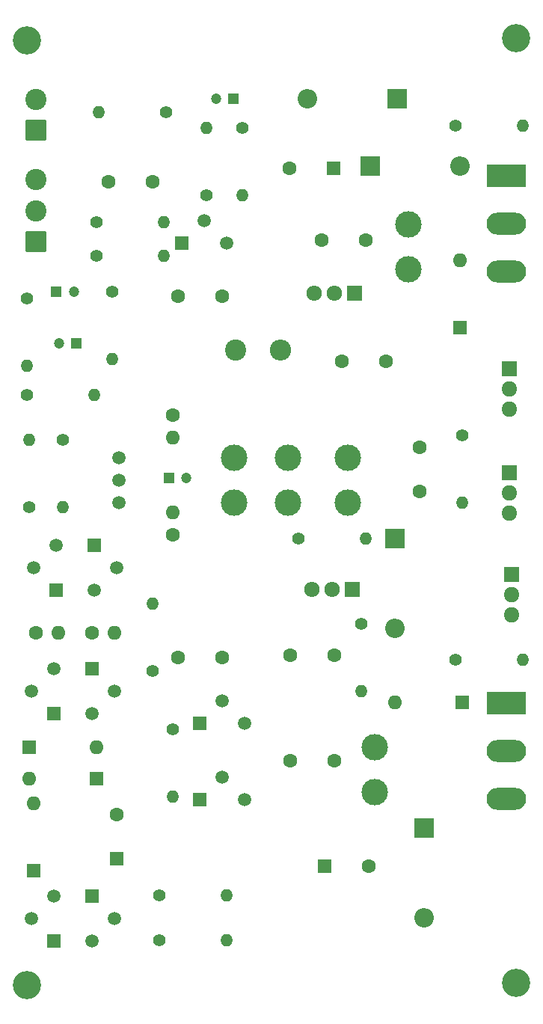
<source format=gbr>
%TF.GenerationSoftware,KiCad,Pcbnew,9.0.0*%
%TF.CreationDate,2025-03-16T17:59:53-04:00*%
%TF.ProjectId,classab-amp,636c6173-7361-4622-9d61-6d702e6b6963,rev?*%
%TF.SameCoordinates,Original*%
%TF.FileFunction,Soldermask,Top*%
%TF.FilePolarity,Negative*%
%FSLAX46Y46*%
G04 Gerber Fmt 4.6, Leading zero omitted, Abs format (unit mm)*
G04 Created by KiCad (PCBNEW 9.0.0) date 2025-03-16 17:59:53*
%MOMM*%
%LPD*%
G01*
G04 APERTURE LIST*
G04 Aperture macros list*
%AMRoundRect*
0 Rectangle with rounded corners*
0 $1 Rounding radius*
0 $2 $3 $4 $5 $6 $7 $8 $9 X,Y pos of 4 corners*
0 Add a 4 corners polygon primitive as box body*
4,1,4,$2,$3,$4,$5,$6,$7,$8,$9,$2,$3,0*
0 Add four circle primitives for the rounded corners*
1,1,$1+$1,$2,$3*
1,1,$1+$1,$4,$5*
1,1,$1+$1,$6,$7*
1,1,$1+$1,$8,$9*
0 Add four rect primitives between the rounded corners*
20,1,$1+$1,$2,$3,$4,$5,0*
20,1,$1+$1,$4,$5,$6,$7,0*
20,1,$1+$1,$6,$7,$8,$9,0*
20,1,$1+$1,$8,$9,$2,$3,0*%
G04 Aperture macros list end*
%ADD10C,2.400000*%
%ADD11RoundRect,0.250001X0.949999X-0.949999X0.949999X0.949999X-0.949999X0.949999X-0.949999X-0.949999X0*%
%ADD12C,1.512000*%
%ADD13O,1.400000X1.400000*%
%ADD14C,1.400000*%
%ADD15O,1.710000X1.800000*%
%ADD16R,1.710000X1.800000*%
%ADD17C,3.200000*%
%ADD18C,1.200000*%
%ADD19R,1.200000X1.200000*%
%ADD20C,1.500000*%
%ADD21R,1.500000X1.500000*%
%ADD22C,1.600000*%
%ADD23R,1.600000X1.600000*%
%ADD24O,1.600000X1.600000*%
%ADD25C,3.000000*%
%ADD26O,1.800000X1.710000*%
%ADD27R,1.800000X1.710000*%
%ADD28O,2.200000X2.200000*%
%ADD29R,2.200000X2.200000*%
%ADD30O,2.400000X2.400000*%
%ADD31O,4.500000X2.500000*%
%ADD32R,4.500000X2.500000*%
G04 APERTURE END LIST*
D10*
%TO.C,J2*%
X217424000Y-63500000D03*
X217424000Y-67000000D03*
D11*
X217424000Y-70500000D03*
%TD*%
D10*
%TO.C,J1*%
X217424000Y-54412000D03*
D11*
X217424000Y-57912000D03*
%TD*%
D12*
%TO.C,RV1*%
X226822000Y-100076000D03*
X226822000Y-97536000D03*
X226822000Y-94996000D03*
%TD*%
D13*
%TO.C,R3*%
X231902000Y-72136000D03*
D14*
X224282000Y-72136000D03*
%TD*%
D13*
%TO.C,R2*%
X231902000Y-68326000D03*
D14*
X224282000Y-68326000D03*
%TD*%
D15*
%TO.C,Q12*%
X248667000Y-109861000D03*
X250947000Y-109861000D03*
D16*
X253227000Y-109861000D03*
%TD*%
D13*
%TO.C,R9*%
X220472000Y-100584000D03*
D14*
X220472000Y-92964000D03*
%TD*%
D17*
%TO.C,H1*%
X216408000Y-47752000D03*
%TD*%
D18*
%TO.C,C5*%
X237776000Y-54356000D03*
D19*
X239776000Y-54356000D03*
%TD*%
D20*
%TO.C,Q4*%
X219718000Y-104902000D03*
X217178000Y-107442000D03*
D21*
X219718000Y-109982000D03*
%TD*%
D17*
%TO.C,H4*%
X271780000Y-154432000D03*
%TD*%
D22*
%TO.C,C13*%
X246068651Y-62230000D03*
D23*
X251068651Y-62230000D03*
%TD*%
D20*
%TO.C,Q1*%
X224028000Y-109982000D03*
X226568000Y-107442000D03*
D21*
X224028000Y-104902000D03*
%TD*%
D20*
%TO.C,Q3*%
X219456000Y-144550000D03*
X216916000Y-147090000D03*
D21*
X219456000Y-149630000D03*
%TD*%
D24*
%TO.C,R18*%
X232918000Y-101121000D03*
D22*
X232918000Y-103661000D03*
%TD*%
D25*
%TO.C,J3*%
X255778000Y-127762000D03*
X255778000Y-132842000D03*
%TD*%
D26*
%TO.C,Q11*%
X271018000Y-101190000D03*
X271018000Y-98910000D03*
D27*
X271018000Y-96630000D03*
%TD*%
D25*
%TO.C,J4*%
X259588000Y-68580000D03*
X259588000Y-73660000D03*
%TD*%
D22*
%TO.C,C1*%
X230592000Y-63754000D03*
X225592000Y-63754000D03*
%TD*%
D26*
%TO.C,Q13*%
X271018000Y-89460000D03*
X271018000Y-87180000D03*
D27*
X271018000Y-84900000D03*
%TD*%
D13*
%TO.C,R16*%
X224536000Y-55880000D03*
D14*
X232156000Y-55880000D03*
%TD*%
D20*
%TO.C,Q7*%
X241046000Y-133612000D03*
X238506000Y-131072000D03*
D21*
X235966000Y-133612000D03*
%TD*%
D26*
%TO.C,Q14*%
X271272000Y-112764000D03*
X271272000Y-110484000D03*
D27*
X271272000Y-108204000D03*
%TD*%
D28*
%TO.C,D9*%
X261366000Y-147066000D03*
D29*
X261366000Y-136906000D03*
%TD*%
D22*
%TO.C,C12*%
X246166000Y-129286000D03*
X251166000Y-129286000D03*
%TD*%
D13*
%TO.C,R1*%
X216408000Y-84582000D03*
D14*
X216408000Y-76962000D03*
%TD*%
D18*
%TO.C,C7*%
X234453401Y-97282000D03*
D19*
X232453401Y-97282000D03*
%TD*%
D28*
%TO.C,D8*%
X248158000Y-54356000D03*
D29*
X258318000Y-54356000D03*
%TD*%
D30*
%TO.C,R24*%
X245127000Y-82804000D03*
D10*
X240047000Y-82804000D03*
%TD*%
D18*
%TO.C,C3*%
X221710000Y-76200000D03*
D19*
X219710000Y-76200000D03*
%TD*%
D24*
%TO.C,R8*%
X219935000Y-114808000D03*
D22*
X217395000Y-114808000D03*
%TD*%
%TO.C,C4*%
X226568000Y-135324651D03*
D23*
X226568000Y-140324651D03*
%TD*%
D24*
%TO.C,D1*%
X216662000Y-131318000D03*
D23*
X224282000Y-131318000D03*
%TD*%
D13*
%TO.C,R12*%
X230632000Y-111506000D03*
D14*
X230632000Y-119126000D03*
%TD*%
D17*
%TO.C,H2*%
X271780000Y-47498000D03*
%TD*%
D13*
%TO.C,R23*%
X272542000Y-117856000D03*
D14*
X264922000Y-117856000D03*
%TD*%
D13*
%TO.C,R19*%
X240792000Y-65278000D03*
D14*
X240792000Y-57658000D03*
%TD*%
D24*
%TO.C,R17*%
X232918000Y-92681000D03*
D22*
X232918000Y-90141000D03*
%TD*%
%TO.C,C15*%
X252008000Y-84074000D03*
X257008000Y-84074000D03*
%TD*%
%TO.C,C14*%
X255073349Y-141224000D03*
D23*
X250073349Y-141224000D03*
%TD*%
D31*
%TO.C,Q15*%
X270678000Y-73914000D03*
X270678000Y-68464000D03*
D32*
X270678000Y-63014000D03*
%TD*%
D20*
%TO.C,Q5*%
X223774000Y-149630000D03*
X226314000Y-147090000D03*
D21*
X223774000Y-144550000D03*
%TD*%
D22*
%TO.C,C9*%
X246166000Y-117348000D03*
X251166000Y-117348000D03*
%TD*%
%TO.C,C10*%
X260858000Y-98766000D03*
X260858000Y-93766000D03*
%TD*%
D13*
%TO.C,R20*%
X254254000Y-121412000D03*
D14*
X254254000Y-113792000D03*
%TD*%
D17*
%TO.C,H3*%
X216408000Y-154686000D03*
%TD*%
D13*
%TO.C,R11*%
X239014000Y-144526000D03*
D14*
X231394000Y-144526000D03*
%TD*%
D13*
%TO.C,R4*%
X226060000Y-83820000D03*
D14*
X226060000Y-76200000D03*
%TD*%
D13*
%TO.C,R22*%
X272542000Y-57404000D03*
D14*
X264922000Y-57404000D03*
%TD*%
D20*
%TO.C,Q6*%
X223766000Y-123952000D03*
X226306000Y-121412000D03*
D21*
X223766000Y-118872000D03*
%TD*%
D13*
%TO.C,R13*%
X232918000Y-133350000D03*
D14*
X232918000Y-125730000D03*
%TD*%
D24*
%TO.C,D3*%
X217170000Y-134112000D03*
D23*
X217170000Y-141732000D03*
%TD*%
D15*
%TO.C,Q10*%
X248921000Y-76333000D03*
X251201000Y-76333000D03*
D16*
X253481000Y-76333000D03*
%TD*%
D28*
%TO.C,D6*%
X258064000Y-114300000D03*
D29*
X258064000Y-104140000D03*
%TD*%
D13*
%TO.C,R7*%
X239014000Y-149606000D03*
D14*
X231394000Y-149606000D03*
%TD*%
D24*
%TO.C,D2*%
X224282000Y-127762000D03*
D23*
X216662000Y-127762000D03*
%TD*%
D25*
%TO.C,J6*%
X245972000Y-94996000D03*
X245972000Y-100076000D03*
%TD*%
D28*
%TO.C,D4*%
X265430000Y-61976000D03*
D29*
X255270000Y-61976000D03*
%TD*%
D13*
%TO.C,R6*%
X224028000Y-87884000D03*
D14*
X216408000Y-87884000D03*
%TD*%
D13*
%TO.C,R14*%
X254762000Y-104140000D03*
D14*
X247142000Y-104140000D03*
%TD*%
D22*
%TO.C,C6*%
X233466000Y-117602000D03*
X238466000Y-117602000D03*
%TD*%
D13*
%TO.C,R21*%
X265684000Y-100076000D03*
D14*
X265684000Y-92456000D03*
%TD*%
D22*
%TO.C,C8*%
X238466000Y-76708000D03*
X233466000Y-76708000D03*
%TD*%
D13*
%TO.C,R5*%
X216662000Y-92964000D03*
D14*
X216662000Y-100584000D03*
%TD*%
D25*
%TO.C,J5*%
X252730000Y-94996000D03*
X252730000Y-100076000D03*
%TD*%
D20*
%TO.C,Q2*%
X219464000Y-118872000D03*
X216924000Y-121412000D03*
D21*
X219464000Y-123952000D03*
%TD*%
D22*
%TO.C,C11*%
X254722000Y-70358000D03*
X249722000Y-70358000D03*
%TD*%
D20*
%TO.C,Q9*%
X239014000Y-70620000D03*
X236474000Y-68080000D03*
D21*
X233934000Y-70620000D03*
%TD*%
D24*
%TO.C,D5*%
X265430000Y-72644000D03*
D23*
X265430000Y-80264000D03*
%TD*%
D18*
%TO.C,C2*%
X219996000Y-82042000D03*
D19*
X221996000Y-82042000D03*
%TD*%
D24*
%TO.C,R10*%
X226285000Y-114808000D03*
D22*
X223745000Y-114808000D03*
%TD*%
D25*
%TO.C,J7*%
X239876000Y-94996000D03*
X239876000Y-100076000D03*
%TD*%
D31*
%TO.C,Q16*%
X270678000Y-133604000D03*
X270678000Y-128154000D03*
D32*
X270678000Y-122704000D03*
%TD*%
D20*
%TO.C,Q8*%
X241046000Y-124976000D03*
X238506000Y-122436000D03*
D21*
X235966000Y-124976000D03*
%TD*%
D13*
%TO.C,R15*%
X236728000Y-57658000D03*
D14*
X236728000Y-65278000D03*
%TD*%
D24*
%TO.C,D7*%
X258064000Y-122682000D03*
D23*
X265684000Y-122682000D03*
%TD*%
M02*

</source>
